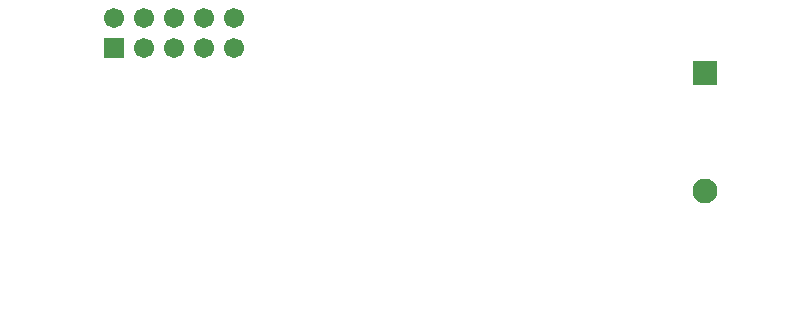
<source format=gbs>
G04*
G04 #@! TF.GenerationSoftware,Altium Limited,Altium Designer,20.1.7 (139)*
G04*
G04 Layer_Color=16711935*
%FSLAX25Y25*%
%MOIN*%
G70*
G04*
G04 #@! TF.SameCoordinates,E1A335BD-9FE3-4FE6-8923-20F36EF7B3F0*
G04*
G04*
G04 #@! TF.FilePolarity,Negative*
G04*
G01*
G75*
%ADD25C,0.08274*%
G04:AMPARAMS|DCode=26|XSize=82.74mil|YSize=82.74mil|CornerRadius=9.87mil|HoleSize=0mil|Usage=FLASHONLY|Rotation=270.000|XOffset=0mil|YOffset=0mil|HoleType=Round|Shape=RoundedRectangle|*
%AMROUNDEDRECTD26*
21,1,0.08274,0.06299,0,0,270.0*
21,1,0.06299,0.08274,0,0,270.0*
1,1,0.01975,-0.03150,-0.03150*
1,1,0.01975,-0.03150,0.03150*
1,1,0.01975,0.03150,0.03150*
1,1,0.01975,0.03150,-0.03150*
%
%ADD26ROUNDEDRECTD26*%
%ADD27R,0.06699X0.06699*%
%ADD28C,0.06699*%
%ADD29C,0.00400*%
D25*
X244000Y57315D02*
D03*
D26*
Y96685D02*
D03*
D27*
X47000Y105000D02*
D03*
D28*
Y115000D02*
D03*
X57000Y105000D02*
D03*
Y115000D02*
D03*
X67000Y105000D02*
D03*
Y115000D02*
D03*
X77000Y105000D02*
D03*
Y115000D02*
D03*
X87000Y105000D02*
D03*
Y115000D02*
D03*
D29*
X271654Y15748D02*
D03*
X15748D02*
D03*
M02*

</source>
